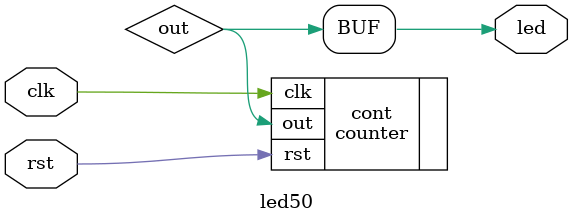
<source format=sv>
`timescale 1ns / 1ps


module led50(
    input rst, clk,
    output led
    );
    wire out;
    counter #(1) cont (.clk(clk), .rst(rst), .out(out));
    assign led = out;
endmodule

</source>
